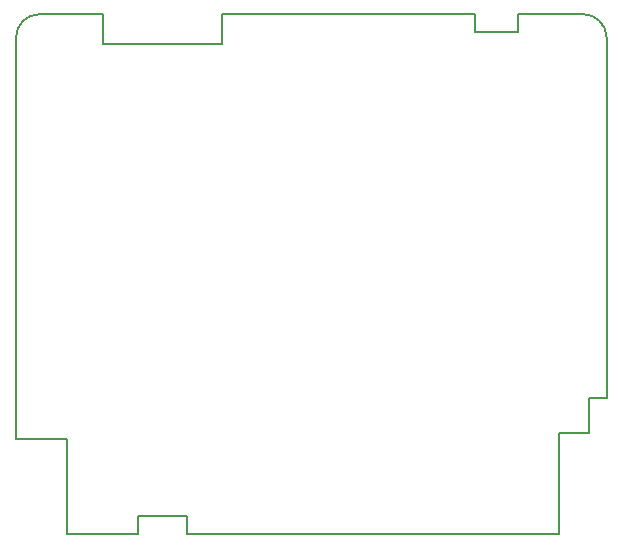
<source format=gbr>
%TF.GenerationSoftware,KiCad,Pcbnew,9.0.0*%
%TF.CreationDate,2025-05-04T10:31:08+10:00*%
%TF.ProjectId,A1_THB,41315f54-4842-42e6-9b69-6361645f7063,rev?*%
%TF.SameCoordinates,Original*%
%TF.FileFunction,Profile,NP*%
%FSLAX46Y46*%
G04 Gerber Fmt 4.6, Leading zero omitted, Abs format (unit mm)*
G04 Created by KiCad (PCBNEW 9.0.0) date 2025-05-04 10:31:08*
%MOMM*%
%LPD*%
G01*
G04 APERTURE LIST*
%TA.AperFunction,Profile*%
%ADD10C,0.200000*%
%TD*%
G04 APERTURE END LIST*
D10*
X102400000Y-50000000D02*
X102400000Y-51500000D01*
X108400000Y-82500000D02*
X109900000Y-82500000D01*
X59900000Y-52000000D02*
G75*
G02*
X61900000Y-50000000I2000000J0D01*
G01*
X67296551Y-50000000D02*
X61900000Y-50000000D01*
X105900000Y-85500000D02*
X108400000Y-85500000D01*
X102400000Y-51500000D02*
X98798662Y-51501055D01*
X64207880Y-93990499D02*
X64199262Y-85997624D01*
X77299131Y-50000000D02*
X77299131Y-52500000D01*
X107900000Y-50000000D02*
X102400000Y-50000000D01*
X109900000Y-82500000D02*
X109900000Y-52000000D01*
X64207880Y-93990499D02*
X70201099Y-93990499D01*
X74400000Y-92500000D02*
X74400000Y-94000000D01*
X74400000Y-94000000D02*
X105900000Y-94000000D01*
X108400000Y-85500000D02*
X108400000Y-82500000D01*
X59900000Y-52000000D02*
X59900000Y-86000000D01*
X107900000Y-50000000D02*
G75*
G02*
X109900000Y-52000000I0J-2000000D01*
G01*
X67296551Y-52501055D02*
X67296551Y-50000000D01*
X105900000Y-94000000D02*
X105900000Y-85500000D01*
X70201099Y-92500000D02*
X74400000Y-92500000D01*
X77299131Y-52500000D02*
X67296551Y-52501055D01*
X70201099Y-93990499D02*
X70201099Y-92500000D01*
X98798662Y-50000000D02*
X98798662Y-51501055D01*
X59900000Y-86000000D02*
X64199262Y-85997624D01*
X98798662Y-50000000D02*
X77299131Y-50000000D01*
M02*

</source>
